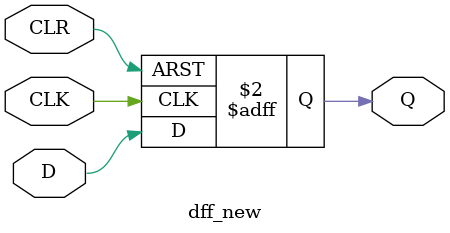
<source format=v>
module dff_new(Q, D, CLK, CLR);

input CLK, CLR, D ;
output  reg Q ;

always @(posedge CLK or posedge CLR)
begin 
    if (CLR)
    begin
        Q <= 0 ; 
    end
    else
    begin 
        Q <= D ;
    end
end

endmodule
</source>
